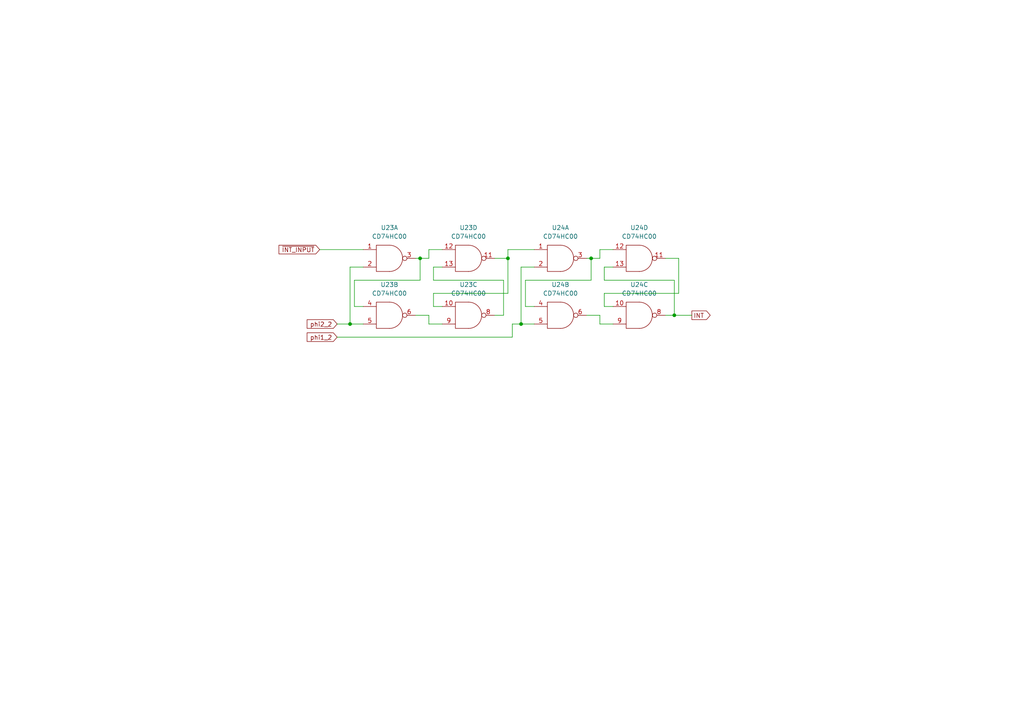
<source format=kicad_sch>
(kicad_sch (version 20211123) (generator eeschema)
  (paper "A4")
  (lib_symbols
    (symbol "CD74HCxx:CD74HC00" (pin_names (offset 0.762))
      (property "Reference" "U" (at -2.54 6.985 0))
      (property "Value" "CD74HC00" (at 1.27 5.08 0))
      (symbol "CD74HC00_0_0"
        (pin power_in line (at -2.54 2.54 0) (length 0) hide (name "VCC") (number "14"))
        (pin power_in line (at -2.54 -2.54 0) (length 0) hide (name "GND") (number "7"))
      )
      (symbol "CD74HC00_0_1"
        (arc (start 0 -3.81) (mid 3.81 0) (end 0 3.81))
        (polyline (pts (xy 0 3.81) (xy -3.81 3.81) (xy -3.81 -3.81) (xy 0 -3.81)))
      )
      (symbol "CD74HC00_0_2"
        (arc (start -4.445 -3.81) (mid -3.175 0) (end -4.445 3.81))
        (arc (start -3.175 -3.81) (mid 0.803 -2.7954) (end 3.81 0))
        (polyline (pts (xy -4.445 -3.81) (xy -3.175 -3.81)))
        (polyline (pts (xy -4.445 3.81) (xy -3.175 3.81)))
        (arc (start 3.81 0) (mid 0.8099 2.8117) (end -3.175 3.81))
      )
      (symbol "CD74HC00_1_1"
        (pin input line (at -7.62 2.54 0) (length 3.81) (name "~") (number "1"))
        (pin input line (at -7.62 -2.54 0) (length 3.81) (name "~") (number "2"))
        (pin output inverted (at 7.62 0 180) (length 3.81) (name "~") (number "3"))
      )
      (symbol "CD74HC00_1_2"
        (pin input inverted (at -7.62 2.54 0) (length 3.81) (name "~") (number "1"))
        (pin input inverted (at -7.62 -2.54 0) (length 3.81) (name "~") (number "2"))
        (pin output line (at 7.62 0 180) (length 3.81) (name "~") (number "3"))
      )
      (symbol "CD74HC00_2_1"
        (pin input line (at -7.62 2.54 0) (length 3.81) (name "~") (number "4"))
        (pin input line (at -7.62 -2.54 0) (length 3.81) (name "~") (number "5"))
        (pin output inverted (at 7.62 0 180) (length 3.81) (name "~") (number "6"))
      )
      (symbol "CD74HC00_2_2"
        (pin input inverted (at -7.62 2.54 0) (length 3.81) (name "~") (number "4"))
        (pin input inverted (at -7.62 -2.54 0) (length 3.81) (name "~") (number "5"))
        (pin output line (at 7.62 0 180) (length 3.81) (name "~") (number "6"))
      )
      (symbol "CD74HC00_3_1"
        (pin input line (at -7.62 -2.54 0) (length 3.81) (name "~") (number "10"))
        (pin output inverted (at 7.62 0 180) (length 3.81) (name "~") (number "8"))
        (pin input line (at -7.62 2.54 0) (length 3.81) (name "~") (number "9"))
      )
      (symbol "CD74HC00_3_2"
        (pin input inverted (at -7.62 -2.54 0) (length 3.81) (name "~") (number "10"))
        (pin output line (at 7.62 0 180) (length 3.81) (name "~") (number "8"))
        (pin input inverted (at -7.62 2.54 0) (length 3.81) (name "~") (number "9"))
      )
      (symbol "CD74HC00_4_1"
        (pin output inverted (at 7.62 0 180) (length 3.81) (name "~") (number "11"))
        (pin input line (at -7.62 2.54 0) (length 3.81) (name "~") (number "12"))
        (pin input line (at -7.62 -2.54 0) (length 3.81) (name "~") (number "13"))
      )
      (symbol "CD74HC00_4_2"
        (pin output line (at 7.62 0 180) (length 3.81) (name "~") (number "11"))
        (pin input inverted (at -7.62 2.54 0) (length 3.81) (name "~") (number "12"))
        (pin input inverted (at -7.62 -2.54 0) (length 3.81) (name "~") (number "13"))
      )
    )
  )
  (junction (at 121.8484 74.93))
  (junction (at 195.58 91.44))
  (junction (at 171.45 74.93))
  (junction (at 147.32 74.93))
  (junction (at 151.13 93.98))
  (junction (at 101.5284 93.98))
  (wire (pts (xy 195.58 91.44) (xy 193.04 91.44)))
  (wire (pts (xy 128.27 72.39) (xy 124.3884 72.39)))
  (wire (pts (xy 147.32 74.93) (xy 147.32 72.39)))
  (wire (pts (xy 177.8 72.39) (xy 173.99 72.39)))
  (wire (pts (xy 121.8484 74.93) (xy 124.3884 74.93)))
  (wire (pts (xy 97.79 93.98) (xy 101.5284 93.98)))
  (wire (pts (xy 171.45 74.93) (xy 171.45 81.28)))
  (wire (pts (xy 125.73 81.28) (xy 146.05 81.28)))
  (wire (pts (xy 124.3884 72.39) (xy 124.3884 74.93)))
  (wire (pts (xy 146.05 81.28) (xy 146.05 91.44)))
  (wire (pts (xy 151.13 77.47) (xy 151.13 93.98)))
  (wire (pts (xy 173.99 72.39) (xy 173.99 74.93)))
  (wire (pts (xy 175.26 81.28) (xy 195.58 81.28)))
  (wire (pts (xy 175.26 85.09) (xy 196.85 85.09)))
  (wire (pts (xy 195.58 81.28) (xy 195.58 91.44)))
  (wire (pts (xy 128.27 77.47) (xy 125.73 77.47)))
  (wire (pts (xy 177.8 88.9) (xy 175.26 88.9)))
  (wire (pts (xy 196.85 74.93) (xy 193.04 74.93)))
  (wire (pts (xy 124.3884 91.44) (xy 124.3884 93.98)))
  (wire (pts (xy 152.4 88.9) (xy 152.4 81.28)))
  (wire (pts (xy 143.51 91.44) (xy 146.05 91.44)))
  (wire (pts (xy 177.8 77.47) (xy 175.26 77.47)))
  (wire (pts (xy 170.18 91.44) (xy 173.99 91.44)))
  (wire (pts (xy 124.3884 93.98) (xy 128.27 93.98)))
  (wire (pts (xy 128.27 88.9) (xy 125.73 88.9)))
  (wire (pts (xy 102.7984 81.28) (xy 121.8484 81.28)))
  (wire (pts (xy 147.32 72.39) (xy 154.94 72.39)))
  (wire (pts (xy 173.99 91.44) (xy 173.99 93.98)))
  (wire (pts (xy 152.4 81.28) (xy 171.45 81.28)))
  (wire (pts (xy 125.73 77.47) (xy 125.73 81.28)))
  (wire (pts (xy 196.85 85.09) (xy 196.85 74.93)))
  (wire (pts (xy 195.58 91.44) (xy 200.66 91.44)))
  (wire (pts (xy 173.99 93.98) (xy 177.8 93.98)))
  (wire (pts (xy 148.59 97.79) (xy 148.59 93.98)))
  (wire (pts (xy 151.13 77.47) (xy 154.94 77.47)))
  (wire (pts (xy 101.5284 77.47) (xy 101.5284 93.98)))
  (wire (pts (xy 175.26 77.47) (xy 175.26 81.28)))
  (wire (pts (xy 154.94 88.9) (xy 152.4 88.9)))
  (wire (pts (xy 92.71 72.39) (xy 105.3384 72.39)))
  (wire (pts (xy 101.5284 93.98) (xy 105.3384 93.98)))
  (wire (pts (xy 105.3384 88.9) (xy 102.7984 88.9)))
  (wire (pts (xy 148.59 93.98) (xy 151.13 93.98)))
  (wire (pts (xy 102.7984 88.9) (xy 102.7984 81.28)))
  (wire (pts (xy 120.5784 91.44) (xy 124.3884 91.44)))
  (wire (pts (xy 175.26 88.9) (xy 175.26 85.09)))
  (wire (pts (xy 105.3384 77.47) (xy 101.5284 77.47)))
  (wire (pts (xy 125.73 85.09) (xy 147.32 85.09)))
  (wire (pts (xy 147.32 74.93) (xy 147.32 85.09)))
  (wire (pts (xy 170.18 74.93) (xy 171.45 74.93)))
  (wire (pts (xy 121.8484 74.93) (xy 121.8484 81.28)))
  (wire (pts (xy 97.79 97.79) (xy 148.59 97.79)))
  (wire (pts (xy 120.5784 74.93) (xy 121.8484 74.93)))
  (wire (pts (xy 125.73 88.9) (xy 125.73 85.09)))
  (wire (pts (xy 171.45 74.93) (xy 173.99 74.93)))
  (wire (pts (xy 143.51 74.93) (xy 147.32 74.93)))
  (wire (pts (xy 151.13 93.98) (xy 154.94 93.98)))
  (global_label "~{INT_INPUT}" (shape input) (at 92.71 72.39 180) (property "Intersheet References" "${INTERSHEET_REFS}" (effects hide)))
  (global_label "INT" (shape output) (at 200.66 91.44 0) (property "Intersheet References" "${INTERSHEET_REFS}" (effects hide)))
  (global_label "phi1_2" (shape input) (at 97.79 97.79 180) (property "Intersheet References" "${INTERSHEET_REFS}" (effects hide)))
  (global_label "phi2_2" (shape input) (at 97.79 93.98 180) (property "Intersheet References" "${INTERSHEET_REFS}" (effects hide)))
  (symbol (lib_id "CD74HCxx:CD74HC00") (at 162.56 74.93 0) (unit 1)
    (property "Reference" "U24" (at 162.56 66.04 0))
    (property "Value" "CD74HC00" (at 162.56 68.58 0))
    (property "Footprint" "Package_DIP:DIP-14_W7.62mm" (effects hide))
  )
  (symbol (lib_id "CD74HCxx:CD74HC00") (at 185.42 91.44 0) (mirror x) (unit 3)
    (property "Reference" "U24" (at 185.42 82.55 0))
    (property "Value" "CD74HC00" (at 185.42 85.09 0))
    (property "Footprint" "Package_DIP:DIP-14_W7.62mm" (effects hide))
  )
  (symbol (lib_id "CD74HCxx:CD74HC00") (at 185.42 74.93 0) (unit 4)
    (property "Reference" "U24" (at 185.42 66.04 0))
    (property "Value" "CD74HC00" (at 185.42 68.58 0))
    (property "Footprint" "Package_DIP:DIP-14_W7.62mm" (effects hide))
  )
  (symbol (lib_id "CD74HCxx:CD74HC00") (at 112.9584 74.93 0) (unit 1)
    (property "Reference" "U23" (at 112.9584 66.04 0))
    (property "Value" "CD74HC00" (at 112.9584 68.58 0))
    (property "Footprint" "Package_DIP:DIP-14_W7.62mm" (effects hide))
  )
  (symbol (lib_id "CD74HCxx:CD74HC00") (at 112.9584 91.44 0) (unit 2)
    (property "Reference" "U23" (at 112.9584 82.55 0))
    (property "Value" "CD74HC00" (at 112.9584 85.09 0))
    (property "Footprint" "Package_DIP:DIP-14_W7.62mm" (effects hide))
  )
  (symbol (lib_id "CD74HCxx:CD74HC00") (at 135.89 91.44 0) (mirror x) (unit 3)
    (property "Reference" "U23" (at 135.89 82.55 0))
    (property "Value" "CD74HC00" (at 135.89 85.09 0))
    (property "Footprint" "Package_DIP:DIP-14_W7.62mm" (effects hide))
  )
  (symbol (lib_id "CD74HCxx:CD74HC00") (at 135.89 74.93 0) (unit 4)
    (property "Reference" "U23" (at 135.89 66.04 0))
    (property "Value" "CD74HC00" (at 135.89 68.58 0))
    (property "Footprint" "Package_DIP:DIP-14_W7.62mm" (effects hide))
  )
  (symbol (lib_id "CD74HCxx:CD74HC00") (at 162.56 91.44 0) (unit 2)
    (property "Reference" "U24" (at 162.56 82.55 0))
    (property "Value" "CD74HC00" (at 162.56 85.09 0))
    (property "Footprint" "Package_DIP:DIP-14_W7.62mm" (effects hide))
  )
)
</source>
